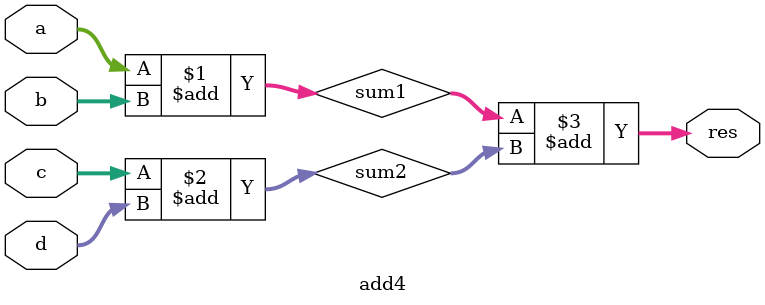
<source format=v>
module add4(a, b, c, d, res);

	input [3:0] a, b, c, d;	
	output [5:0] res;
	wire [5:0] sum1,sum2;

	assign sum1 = a + b;	//當sum加到溢位時會放在res內
	assign sum2 = c + d;
	assign res = sum1 + sum2;

endmodule


</source>
